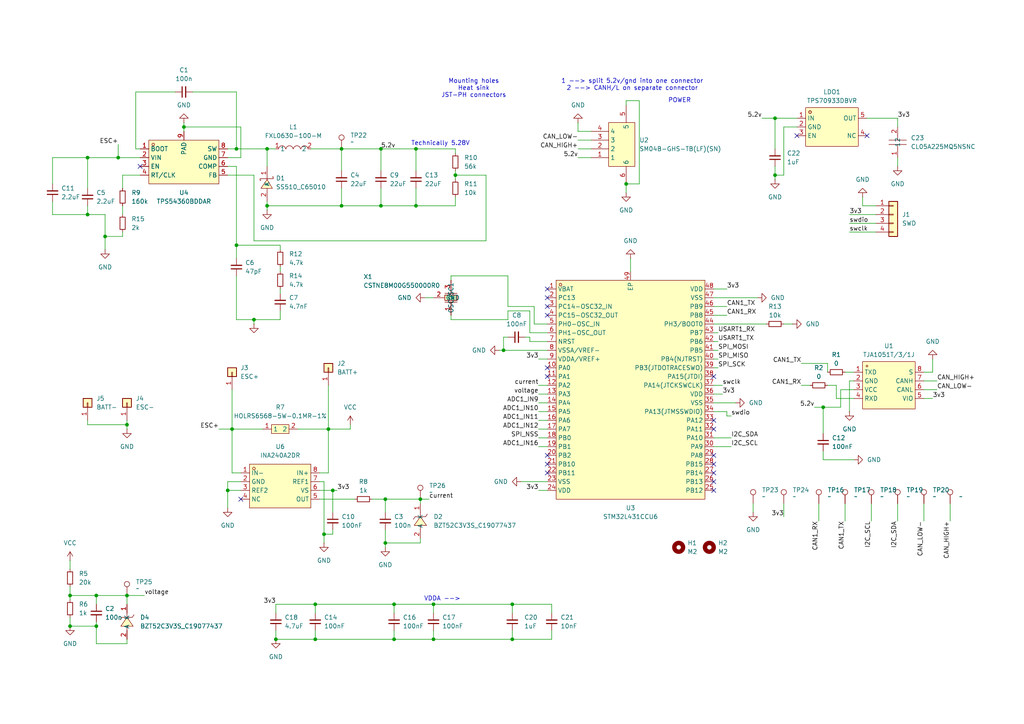
<source format=kicad_sch>
(kicad_sch (version 20231120) (generator "eeschema") (generator_version "8.0")
  (paper "A4")
  (title_block (title "DroneCAN Power Module") (date "2025-10-17") (rev "A") (company "XRC Technologies"))
  (junction (at 110.49 59.69))
  (junction (at 120.65 59.69))
  (junction (at 34.29 45.72))
  (junction (at 91.44 175.26))
  (junction (at 121.92 144.78))
  (junction (at 111.76 144.78))
  (junction (at 224.79 34.29))
  (junction (at 132.08 50.8))
  (junction (at 68.58 43.18))
  (junction (at 77.47 43.18))
  (junction (at 91.44 185.42))
  (junction (at 25.4 45.72))
  (junction (at 53.34 36.83))
  (junction (at 66.04 142.24))
  (junction (at 148.59 175.26))
  (junction (at 27.94 181.61))
  (junction (at 148.59 185.42))
  (junction (at 93.98 154.94))
  (junction (at 114.3 185.42))
  (junction (at 95.25 124.46))
  (junction (at 238.76 118.11))
  (junction (at 73.66 92.71))
  (junction (at 27.94 172.72))
  (junction (at 67.31 124.46))
  (junction (at 99.06 43.18))
  (junction (at 125.73 175.26))
  (junction (at 110.49 43.18))
  (junction (at 20.32 172.72))
  (junction (at 20.32 181.61))
  (junction (at 125.73 185.42))
  (junction (at 114.3 175.26))
  (junction (at 36.83 123.19))
  (junction (at 181.61 53.34))
  (junction (at 120.65 43.18))
  (junction (at 77.47 59.69))
  (junction (at 68.58 71.12))
  (junction (at 25.4 62.23))
  (junction (at 96.52 142.24))
  (junction (at 224.79 50.8))
  (junction (at 111.76 157.48))
  (junction (at 30.48 68.58))
  (junction (at 36.83 172.72))
  (junction (at 80.01 185.42))
  (junction (at 146.05 101.6))
  (junction (at 99.06 59.69))
  (no_connect (at 158.75 134.62))
  (no_connect (at 207.01 134.62))
  (no_connect (at 207.01 142.24))
  (no_connect (at 207.01 139.7))
  (no_connect (at 158.75 83.82))
  (no_connect (at 69.85 144.78))
  (no_connect (at 207.01 124.46))
  (no_connect (at 251.46 39.37))
  (no_connect (at 158.75 137.16))
  (no_connect (at 158.75 88.9))
  (no_connect (at 158.75 109.22))
  (no_connect (at 207.01 137.16))
  (no_connect (at 158.75 106.68))
  (no_connect (at 158.75 91.44))
  (no_connect (at 207.01 132.08))
  (no_connect (at 158.75 86.36))
  (no_connect (at 207.01 109.22))
  (no_connect (at 231.14 39.37))
  (no_connect (at 158.75 132.08))
  (no_connect (at 40.64 48.26))
  (no_connect (at 207.01 121.92))
  (wire (pts (xy 247.65 115.57) (xy 242.57 115.57)))
  (wire (pts (xy 160.02 185.42) (xy 148.59 185.42)))
  (wire (pts (xy 140.97 69.85) (xy 140.97 50.8)))
  (wire (pts (xy 207.01 91.44) (xy 210.82 91.44)))
  (wire (pts (xy 77.47 43.18) (xy 80.01 43.18)))
  (wire (pts (xy 156.21 111.76) (xy 158.75 111.76)))
  (wire (pts (xy 68.58 71.12) (xy 68.58 74.93)))
  (wire (pts (xy 260.35 36.83) (xy 260.35 34.29)))
  (wire (pts (xy 53.34 36.83) (xy 53.34 38.1)))
  (wire (pts (xy 132.08 49.53) (xy 132.08 50.8)))
  (wire (pts (xy 246.38 67.31) (xy 254 67.31)))
  (wire (pts (xy 68.58 92.71) (xy 73.66 92.71)))
  (wire (pts (xy 111.76 153.67) (xy 111.76 157.48)))
  (wire (pts (xy 210.82 120.65) (xy 212.09 120.65)))
  (wire (pts (xy 158.75 93.98) (xy 154.94 93.98)))
  (wire (pts (xy 20.32 172.72) (xy 20.32 173.99)))
  (wire (pts (xy 96.52 142.24) (xy 96.52 148.59)))
  (wire (pts (xy 227.33 36.83) (xy 227.33 50.8)))
  (wire (pts (xy 132.08 50.8) (xy 132.08 52.07)))
  (wire (pts (xy 240.03 107.95) (xy 240.03 105.41)))
  (wire (pts (xy 96.52 153.67) (xy 96.52 154.94)))
  (wire (pts (xy 260.35 48.26) (xy 260.35 45.72)))
  (wire (pts (xy 147.32 80.01) (xy 130.81 80.01)))
  (wire (pts (xy 68.58 43.18) (xy 66.04 43.18)))
  (wire (pts (xy 27.94 172.72) (xy 27.94 175.26)))
  (wire (pts (xy 125.73 185.42) (xy 114.3 185.42)))
  (wire (pts (xy 245.11 107.95) (xy 247.65 107.95)))
  (wire (pts (xy 15.24 53.34) (xy 15.24 45.72)))
  (wire (pts (xy 181.61 53.34) (xy 181.61 55.88)))
  (wire (pts (xy 247.65 113.03) (xy 243.84 113.03)))
  (wire (pts (xy 267.97 146.05) (xy 267.97 151.13)))
  (wire (pts (xy 92.71 144.78) (xy 102.87 144.78)))
  (wire (pts (xy 220.98 34.29) (xy 224.79 34.29)))
  (wire (pts (xy 34.29 45.72) (xy 40.64 45.72)))
  (wire (pts (xy 120.65 54.61) (xy 120.65 59.69)))
  (wire (pts (xy 224.79 48.26) (xy 224.79 50.8)))
  (wire (pts (xy 224.79 50.8) (xy 224.79 52.07)))
  (wire (pts (xy 36.83 123.19) (xy 36.83 124.46)))
  (wire (pts (xy 15.24 62.23) (xy 25.4 62.23)))
  (wire (pts (xy 91.44 175.26) (xy 114.3 175.26)))
  (wire (pts (xy 267.97 115.57) (xy 270.51 115.57)))
  (wire (pts (xy 15.24 58.42) (xy 15.24 62.23)))
  (wire (pts (xy 231.14 34.29) (xy 224.79 34.29)))
  (wire (pts (xy 66.04 45.72) (xy 69.85 45.72)))
  (wire (pts (xy 207.01 93.98) (xy 222.25 93.98)))
  (wire (pts (xy 185.42 29.21) (xy 185.42 53.34)))
  (wire (pts (xy 243.84 113.03) (xy 243.84 118.11)))
  (wire (pts (xy 81.28 78.74) (xy 81.28 77.47)))
  (wire (pts (xy 144.78 101.6) (xy 146.05 101.6)))
  (wire (pts (xy 36.83 186.69) (xy 27.94 186.69)))
  (wire (pts (xy 218.44 146.05) (xy 218.44 148.59)))
  (wire (pts (xy 212.09 127) (xy 207.01 127)))
  (wire (pts (xy 110.49 43.18) (xy 99.06 43.18)))
  (wire (pts (xy 181.61 30.48) (xy 181.61 29.21)))
  (wire (pts (xy 236.22 118.11) (xy 238.76 118.11)))
  (wire (pts (xy 125.73 175.26) (xy 125.73 177.8)))
  (wire (pts (xy 120.65 43.18) (xy 132.08 43.18)))
  (wire (pts (xy 125.73 182.88) (xy 125.73 185.42)))
  (wire (pts (xy 121.92 144.78) (xy 121.92 146.05)))
  (wire (pts (xy 125.73 185.42) (xy 148.59 185.42)))
  (wire (pts (xy 120.65 43.18) (xy 120.65 49.53)))
  (wire (pts (xy 158.75 99.06) (xy 153.67 99.06)))
  (wire (pts (xy 156.21 114.3) (xy 158.75 114.3)))
  (wire (pts (xy 246.38 62.23) (xy 254 62.23)))
  (wire (pts (xy 81.28 72.39) (xy 81.28 71.12)))
  (wire (pts (xy 154.94 93.98) (xy 154.94 88.9)))
  (wire (pts (xy 224.79 34.29) (xy 224.79 43.18)))
  (wire (pts (xy 76.2 124.46) (xy 67.31 124.46)))
  (wire (pts (xy 207.01 96.52) (xy 208.28 96.52)))
  (wire (pts (xy 207.01 101.6) (xy 208.28 101.6)))
  (wire (pts (xy 40.64 50.8) (xy 35.56 50.8)))
  (wire (pts (xy 95.25 124.46) (xy 101.6 124.46)))
  (wire (pts (xy 66.04 147.32) (xy 66.04 142.24)))
  (wire (pts (xy 146.05 97.79) (xy 146.05 101.6)))
  (wire (pts (xy 20.32 170.18) (xy 20.32 172.72)))
  (wire (pts (xy 30.48 62.23) (xy 30.48 68.58)))
  (wire (pts (xy 207.01 106.68) (xy 208.28 106.68)))
  (wire (pts (xy 73.66 50.8) (xy 66.04 50.8)))
  (wire (pts (xy 92.71 137.16) (xy 95.25 137.16)))
  (wire (pts (xy 237.49 146.05) (xy 237.49 151.13)))
  (wire (pts (xy 210.82 119.38) (xy 210.82 120.65)))
  (wire (pts (xy 73.66 69.85) (xy 140.97 69.85)))
  (wire (pts (xy 73.66 93.98) (xy 73.66 92.71)))
  (wire (pts (xy 246.38 64.77) (xy 254 64.77)))
  (wire (pts (xy 125.73 175.26) (xy 148.59 175.26)))
  (wire (pts (xy 73.66 69.85) (xy 73.66 50.8)))
  (wire (pts (xy 34.29 41.91) (xy 34.29 45.72)))
  (wire (pts (xy 27.94 180.34) (xy 27.94 181.61)))
  (wire (pts (xy 121.92 144.78) (xy 124.46 144.78)))
  (wire (pts (xy 20.32 181.61) (xy 27.94 181.61)))
  (wire (pts (xy 81.28 92.71) (xy 81.28 90.17)))
  (wire (pts (xy 73.66 92.71) (xy 81.28 92.71)))
  (wire (pts (xy 91.44 185.42) (xy 80.01 185.42)))
  (wire (pts (xy 156.21 142.24) (xy 158.75 142.24)))
  (wire (pts (xy 151.13 139.7) (xy 158.75 139.7)))
  (wire (pts (xy 20.32 172.72) (xy 27.94 172.72)))
  (wire (pts (xy 254 59.69) (xy 250.19 59.69)))
  (wire (pts (xy 36.83 185.42) (xy 36.83 186.69)))
  (wire (pts (xy 39.37 26.67) (xy 50.8 26.67)))
  (wire (pts (xy 207.01 88.9) (xy 210.82 88.9)))
  (wire (pts (xy 80.01 175.26) (xy 91.44 175.26)))
  (wire (pts (xy 25.4 45.72) (xy 34.29 45.72)))
  (wire (pts (xy 66.04 139.7) (xy 69.85 139.7)))
  (wire (pts (xy 156.21 127) (xy 158.75 127)))
  (wire (pts (xy 99.06 54.61) (xy 99.06 59.69)))
  (wire (pts (xy 227.33 50.8) (xy 224.79 50.8)))
  (wire (pts (xy 96.52 142.24) (xy 97.79 142.24)))
  (wire (pts (xy 207.01 129.54) (xy 212.09 129.54)))
  (wire (pts (xy 110.49 59.69) (xy 120.65 59.69)))
  (wire (pts (xy 111.76 144.78) (xy 121.92 144.78)))
  (wire (pts (xy 247.65 133.35) (xy 238.76 133.35)))
  (wire (pts (xy 123.19 86.36) (xy 125.73 86.36)))
  (wire (pts (xy 68.58 26.67) (xy 68.58 43.18)))
  (wire (pts (xy 270.51 107.95) (xy 267.97 107.95)))
  (wire (pts (xy 207.01 99.06) (xy 208.28 99.06)))
  (wire (pts (xy 67.31 113.03) (xy 67.31 124.46)))
  (wire (pts (xy 91.44 175.26) (xy 91.44 177.8)))
  (wire (pts (xy 252.73 151.13) (xy 252.73 146.05)))
  (wire (pts (xy 20.32 162.56) (xy 20.32 165.1)))
  (wire (pts (xy 207.01 86.36) (xy 219.71 86.36)))
  (wire (pts (xy 101.6 124.46) (xy 101.6 123.19)))
  (wire (pts (xy 207.01 111.76) (xy 209.55 111.76)))
  (wire (pts (xy 91.44 182.88) (xy 91.44 185.42)))
  (wire (pts (xy 81.28 85.09) (xy 81.28 83.82)))
  (wire (pts (xy 232.41 105.41) (xy 240.03 105.41)))
  (wire (pts (xy 147.32 92.71) (xy 147.32 90.17)))
  (wire (pts (xy 167.64 40.64) (xy 171.45 40.64)))
  (wire (pts (xy 92.71 142.24) (xy 96.52 142.24)))
  (wire (pts (xy 160.02 182.88) (xy 160.02 185.42)))
  (wire (pts (xy 156.21 124.46) (xy 158.75 124.46)))
  (wire (pts (xy 227.33 146.05) (xy 227.33 149.86)))
  (wire (pts (xy 36.83 172.72) (xy 36.83 175.26)))
  (wire (pts (xy 111.76 148.59) (xy 111.76 144.78)))
  (wire (pts (xy 80.01 182.88) (xy 80.01 185.42)))
  (wire (pts (xy 40.64 43.18) (xy 39.37 43.18)))
  (wire (pts (xy 238.76 125.73) (xy 238.76 118.11)))
  (wire (pts (xy 130.81 92.71) (xy 147.32 92.71)))
  (wire (pts (xy 93.98 139.7) (xy 93.98 154.94)))
  (wire (pts (xy 156.21 104.14) (xy 158.75 104.14)))
  (wire (pts (xy 114.3 182.88) (xy 114.3 185.42)))
  (wire (pts (xy 207.01 83.82) (xy 210.82 83.82)))
  (wire (pts (xy 95.25 111.76) (xy 95.25 124.46)))
  (wire (pts (xy 36.83 172.72) (xy 41.91 172.72)))
  (wire (pts (xy 147.32 88.9) (xy 147.32 80.01)))
  (wire (pts (xy 95.25 124.46) (xy 86.36 124.46)))
  (wire (pts (xy 69.85 36.83) (xy 53.34 36.83)))
  (wire (pts (xy 66.04 142.24) (xy 66.04 139.7)))
  (wire (pts (xy 250.19 59.69) (xy 250.19 57.15)))
  (wire (pts (xy 231.14 36.83) (xy 227.33 36.83)))
  (wire (pts (xy 27.94 186.69) (xy 27.94 181.61)))
  (wire (pts (xy 182.88 74.93) (xy 182.88 78.74)))
  (wire (pts (xy 147.32 90.17) (xy 153.67 90.17)))
  (wire (pts (xy 132.08 57.15) (xy 132.08 59.69)))
  (wire (pts (xy 130.81 80.01) (xy 130.81 81.28)))
  (wire (pts (xy 35.56 59.69) (xy 35.56 62.23)))
  (wire (pts (xy 68.58 80.01) (xy 68.58 92.71)))
  (wire (pts (xy 53.34 35.56) (xy 53.34 36.83)))
  (wire (pts (xy 30.48 68.58) (xy 35.56 68.58)))
  (wire (pts (xy 167.64 43.18) (xy 171.45 43.18)))
  (wire (pts (xy 242.57 115.57) (xy 242.57 111.76)))
  (wire (pts (xy 111.76 157.48) (xy 121.92 157.48)))
  (wire (pts (xy 66.04 48.26) (xy 68.58 48.26)))
  (wire (pts (xy 267.97 113.03) (xy 271.78 113.03)))
  (wire (pts (xy 246.38 110.49) (xy 247.65 110.49)))
  (wire (pts (xy 275.59 146.05) (xy 275.59 151.13)))
  (wire (pts (xy 130.81 91.44) (xy 130.81 92.71)))
  (wire (pts (xy 148.59 175.26) (xy 160.02 175.26)))
  (wire (pts (xy 156.21 116.84) (xy 158.75 116.84)))
  (wire (pts (xy 77.47 43.18) (xy 68.58 43.18)))
  (wire (pts (xy 238.76 118.11) (xy 243.84 118.11)))
  (wire (pts (xy 77.47 60.96) (xy 77.47 59.69)))
  (wire (pts (xy 153.67 90.17) (xy 153.67 96.52)))
  (wire (pts (xy 120.65 59.69) (xy 132.08 59.69)))
  (wire (pts (xy 207.01 104.14) (xy 208.28 104.14)))
  (wire (pts (xy 246.38 119.38) (xy 246.38 110.49)))
  (wire (pts (xy 99.06 59.69) (xy 110.49 59.69)))
  (wire (pts (xy 77.47 48.26) (xy 77.47 43.18)))
  (wire (pts (xy 154.94 88.9) (xy 147.32 88.9)))
  (wire (pts (xy 110.49 43.18) (xy 110.49 49.53)))
  (wire (pts (xy 80.01 175.26) (xy 80.01 177.8)))
  (wire (pts (xy 153.67 96.52) (xy 158.75 96.52)))
  (wire (pts (xy 260.35 34.29) (xy 251.46 34.29)))
  (wire (pts (xy 121.92 156.21) (xy 121.92 157.48)))
  (wire (pts (xy 110.49 43.18) (xy 120.65 43.18)))
  (wire (pts (xy 25.4 121.92) (xy 25.4 123.19)))
  (wire (pts (xy 245.11 146.05) (xy 245.11 151.13)))
  (wire (pts (xy 132.08 50.8) (xy 140.97 50.8)))
  (wire (pts (xy 160.02 175.26) (xy 160.02 177.8)))
  (wire (pts (xy 90.17 43.18) (xy 99.06 43.18)))
  (wire (pts (xy 67.31 137.16) (xy 69.85 137.16)))
  (wire (pts (xy 25.4 123.19) (xy 36.83 123.19)))
  (wire (pts (xy 99.06 43.18) (xy 99.06 49.53)))
  (wire (pts (xy 270.51 104.14) (xy 270.51 107.95)))
  (wire (pts (xy 267.97 110.49) (xy 271.78 110.49)))
  (wire (pts (xy 93.98 154.94) (xy 96.52 154.94)))
  (wire (pts (xy 181.61 29.21) (xy 185.42 29.21)))
  (wire (pts (xy 260.35 146.05) (xy 260.35 151.13)))
  (wire (pts (xy 207.01 119.38) (xy 210.82 119.38)))
  (wire (pts (xy 156.21 119.38) (xy 158.75 119.38)))
  (wire (pts (xy 67.31 124.46) (xy 67.31 137.16)))
  (wire (pts (xy 153.67 97.79) (xy 152.4 97.79)))
  (wire (pts (xy 77.47 59.69) (xy 99.06 59.69)))
  (wire (pts (xy 68.58 48.26) (xy 68.58 71.12)))
  (wire (pts (xy 167.64 38.1) (xy 171.45 38.1)))
  (wire (pts (xy 148.59 182.88) (xy 148.59 185.42)))
  (wire (pts (xy 156.21 121.92) (xy 158.75 121.92)))
  (wire (pts (xy 114.3 175.26) (xy 125.73 175.26)))
  (wire (pts (xy 110.49 54.61) (xy 110.49 59.69)))
  (wire (pts (xy 156.21 129.54) (xy 158.75 129.54)))
  (wire (pts (xy 238.76 133.35) (xy 238.76 130.81)))
  (wire (pts (xy 242.57 111.76) (xy 240.03 111.76)))
  (wire (pts (xy 39.37 43.18) (xy 39.37 26.67)))
  (wire (pts (xy 153.67 99.06) (xy 153.67 97.79)))
  (wire (pts (xy 93.98 154.94) (xy 93.98 157.48)))
  (wire (pts (xy 63.5 124.46) (xy 67.31 124.46)))
  (wire (pts (xy 27.94 172.72) (xy 36.83 172.72)))
  (wire (pts (xy 167.64 45.72) (xy 171.45 45.72)))
  (wire (pts (xy 147.32 97.79) (xy 146.05 97.79)))
  (wire (pts (xy 111.76 157.48) (xy 111.76 158.75)))
  (wire (pts (xy 227.33 93.98) (xy 229.87 93.98)))
  (wire (pts (xy 77.47 59.69) (xy 77.47 58.42)))
  (wire (pts (xy 35.56 50.8) (xy 35.56 54.61)))
  (wire (pts (xy 93.98 139.7) (xy 92.71 139.7)))
  (wire (pts (xy 69.85 45.72) (xy 69.85 36.83)))
  (wire (pts (xy 30.48 68.58) (xy 30.48 72.39)))
  (wire (pts (xy 20.32 179.07) (xy 20.32 181.61)))
  (wire (pts (xy 167.64 35.56) (xy 167.64 38.1)))
  (wire (pts (xy 91.44 185.42) (xy 114.3 185.42)))
  (wire (pts (xy 95.25 137.16) (xy 95.25 124.46)))
  (wire (pts (xy 55.88 26.67) (xy 68.58 26.67)))
  (wire (pts (xy 232.41 111.76) (xy 234.95 111.76)))
  (wire (pts (xy 207.01 116.84) (xy 213.36 116.84)))
  (wire (pts (xy 66.04 142.24) (xy 69.85 142.24)))
  (wire (pts (xy 185.42 53.34) (xy 181.61 53.34)))
  (wire (pts (xy 25.4 59.69) (xy 25.4 62.23)))
  (wire (pts (xy 148.59 175.26) (xy 148.59 177.8)))
  (wire (pts (xy 25.4 62.23) (xy 30.48 62.23)))
  (wire (pts (xy 15.24 45.72) (xy 25.4 45.72)))
  (wire (pts (xy 25.4 45.72) (xy 25.4 54.61)))
  (wire (pts (xy 68.58 71.12) (xy 81.28 71.12)))
  (wire (pts (xy 207.01 114.3) (xy 209.55 114.3)))
  (wire (pts (xy 114.3 175.26) (xy 114.3 177.8)))
  (wire (pts (xy 146.05 101.6) (xy 158.75 101.6)))
  (wire (pts (xy 132.08 43.18) (xy 132.08 44.45)))
  (wire (pts (xy 107.95 144.78) (xy 111.76 144.78)))
  (wire (pts (xy 35.56 67.31) (xy 35.56 68.58)))
  (wire (pts (xy 36.83 121.92) (xy 36.83 123.19)))
  (text "Mounting holes\nHeat sink\nJST-PH connectors" (at 137.414 25.654 0) (effects (font (size 1.27 1.27))))
  (text "Technically 5.28V" (at 127.762 41.656 0) (effects (font (size 1.27 1.27))))
  (text "POWER" (at 197.104 29.21 0) (effects (font (size 1.27 1.27))))
  (text "VDDA -->" (at 128.27 173.736 0) (effects (font (size 1.27 1.27))))
  (text "1 --> split 5.2v/gnd into one connector\n2 --> CANH/L on separate connector" (at 183.388 24.638 0) (effects (font (size 1.27 1.27))))
  (label "CAN_LOW-" (at 167.64 40.64 180))
  (label "ADC1_IN16" (at 156.21 129.54 180))
  (label "ADC1_IN10" (at 156.21 119.38 180))
  (label "3v3" (at 156.21 104.14 180))
  (label "USART1_RX" (at 208.28 96.52 0))
  (label "USART1_TX" (at 208.28 99.06 0))
  (label "SPI_MISO" (at 208.28 104.14 0))
  (label "SPI_MOSI" (at 208.28 101.6 0))
  (label "ADC1_IN11" (at 156.21 121.92 180))
  (label "ADC1_IN12" (at 156.21 124.46 180))
  (label "ESC+" (at 63.5 124.46 180))
  (label "3v3" (at 80.01 175.26 180))
  (label "5.2v" (at 167.64 45.72 180))
  (label "CAN1_TX" (at 245.11 151.13 270))
  (label "CAN_HIGH+" (at 167.64 43.18 180))
  (label "CAN_LOW-" (at 267.97 151.13 270))
  (label "I2C_SDA" (at 212.09 127 0))
  (label "CAN1_TX" (at 210.82 88.9 0))
  (label "swdio" (at 246.38 64.77 0))
  (label "3v3" (at 260.35 34.29 0))
  (label "CAN_HIGH+" (at 271.78 110.49 0))
  (label "5.2v" (at 220.98 34.29 180))
  (label "3v3" (at 156.21 142.24 180))
  (label "swdio" (at 212.09 120.65 0))
  (label "I2C_SCL" (at 252.73 151.13 270))
  (label "CAN_LOW-" (at 271.78 113.03 0))
  (label "swclk" (at 246.38 67.31 0))
  (label "5.2v" (at 110.49 43.18 0))
  (label "CAN1_TX" (at 232.41 105.41 180))
  (label "ESC+" (at 34.29 41.91 180))
  (label "voltage" (at 156.21 114.3 180))
  (label "3v3" (at 227.33 149.86 180))
  (label "swclk" (at 209.55 111.76 0))
  (label "I2C_SDA" (at 260.35 151.13 270))
  (label "SPI_NSS" (at 156.21 127 180))
  (label "voltage" (at 41.91 172.72 0))
  (label "CAN1_RX" (at 237.49 151.13 270))
  (label "3v3" (at 246.38 62.23 0))
  (label "current" (at 156.21 111.76 180))
  (label "I2C_SCL" (at 212.09 129.54 0))
  (label "3v3" (at 270.51 115.57 0))
  (label "CAN1_RX" (at 210.82 91.44 0))
  (label "3v3" (at 210.82 83.82 0))
  (label "CAN1_RX" (at 232.41 111.76 180))
  (label "SPI_SCK" (at 208.28 106.68 0))
  (label "3v3" (at 97.79 142.24 0))
  (label "ADC1_IN9" (at 156.21 116.84 180))
  (label "CAN_HIGH+" (at 275.59 151.13 270))
  (label "3v3" (at 209.55 114.3 0))
  (label "current" (at 124.46 144.78 0))
  (label "5.2v" (at 236.22 118.11 180))
  (symbol (lib_id "power:GND") (at 73.66 93.98 0) (unit 1)
    (property "Reference" "#PWR017" (effects (hide yes)))
    (property "Value" "GND" (effects (hide yes)))
    (property "Description" "Power symbol creates a global label with name \"GND\" , ground" (effects (hide yes)))
  )
  (symbol (lib_id "Connector:TestPoint") (at 252.73 146.05 0) (unit 1)
    (property "Reference" "TP18" (at 255.27 142.1129 0) (effects (justify left)))
    (property "Value" "~" (at 255.27 144.018 0) (effects (justify left)))
    (property "Footprint" "TestPoint:TestPoint_Pad_D1.0mm" (effects (hide yes)))
    (property "Description" "test point" (effects (hide yes)))
  )
  (symbol (lib_id "Device:C_Small") (at 99.06 52.07 180) (unit 1)
    (property "Reference" "C4" (at 101.6 50.7935 0) (effects (justify right)))
    (property "Value" "22uF" (at 101.6 53.3335 0) (effects (justify right)))
    (property "Footprint" "Capacitor_SMD:C_0805_2012Metric" (effects (hide yes)))
    (property "Description" "Unpolarized capacitor, small symbol" (effects (hide yes)))
  )
  (symbol (lib_id "Device:C_Small") (at 149.86 97.79 90) (unit 1)
    (property "Reference" "C8" (at 149.8663 91.44 90))
    (property "Value" "100nF" (at 149.8663 93.98 90))
    (property "Footprint" "Capacitor_SMD:C_0402_1005Metric" (effects (hide yes)))
    (property "Description" "Unpolarized capacitor, small symbol" (effects (hide yes)))
  )
  (symbol (lib_id "Device:C_Small") (at 80.01 180.34 180) (unit 1)
    (property "Reference" "C18" (at 82.55 179.0635 0) (effects (justify right)))
    (property "Value" "4.7uF" (at 82.55 181.6035 0) (effects (justify right)))
    (property "Footprint" "Capacitor_SMD:C_0402_1005Metric" (effects (hide yes)))
    (property "Description" "Unpolarized capacitor, small symbol" (effects (hide yes)))
  )
  (symbol (lib_id "power:GND") (at 123.19 86.36 270) (unit 1)
    (property "Reference" "#PWR019" (effects (hide yes)))
    (property "Value" "GND" (at 119.38 86.3599 90) (effects (justify right)))
    (property "Description" "Power symbol creates a global label with name \"GND\" , ground" (effects (hide yes)))
  )
  (symbol (lib_id "power:GND") (at 144.78 101.6 270) (unit 1)
    (property "Reference" "#PWR03" (effects (hide yes)))
    (property "Value" "GND" (at 140.97 101.5999 90) (effects (justify right)))
    (property "Description" "Power symbol creates a global label with name \"GND\" , ground" (effects (hide yes)))
  )
  (symbol (lib_id "Connector:TestPoint") (at 237.49 146.05 0) (unit 1)
    (property "Reference" "TP16" (at 240.03 142.1129 0) (effects (justify left)))
    (property "Value" "~" (at 240.03 144.018 0) (effects (justify left)))
    (property "Footprint" "TestPoint:TestPoint_Pad_D1.0mm" (effects (hide yes)))
    (property "Description" "test point" (effects (hide yes)))
  )
  (symbol (lib_id "Connector:TestPoint") (at 267.97 146.05 0) (unit 1)
    (property "Reference" "TP20" (at 270.51 142.1129 0) (effects (justify left)))
    (property "Value" "~" (at 270.51 144.018 0) (effects (justify left)))
    (property "Footprint" "TestPoint:TestPoint_Pad_D1.0mm" (effects (hide yes)))
    (property "Description" "test point" (effects (hide yes)))
  )
  (symbol (lib_id "Connector:TestPoint") (at 218.44 146.05 0) (unit 1)
    (property "Reference" "TP23" (at 220.98 142.1129 0) (effects (justify left)))
    (property "Value" "~" (at 220.98 144.018 0) (effects (justify left)))
    (property "Footprint" "TestPoint:TestPoint_Pad_D1.0mm" (effects (hide yes)))
    (property "Description" "test point" (effects (hide yes)))
  )
  (symbol (lib_id "Device:C_Small") (at 68.58 77.47 180) (unit 1)
    (property "Reference" "C6" (at 71.12 76.1935 0) (effects (justify right)))
    (property "Value" "47pF" (at 71.12 78.7335 0) (effects (justify right)))
    (property "Footprint" "Capacitor_SMD:C_0402_1005Metric" (effects (hide yes)))
    (property "Description" "Unpolarized capacitor, small symbol" (effects (hide yes)))
  )
  (symbol (lib_id "Device:R_Small") (at 81.28 81.28 180) (unit 1)
    (property "Reference" "R14" (at 83.82 80.0099 0) (effects (justify right)))
    (property "Value" "4.7k" (at 83.82 82.5499 0) (effects (justify right)))
    (property "Footprint" "Resistor_SMD:R_0603_1608Metric" (effects (hide yes)))
    (property "Description" "Resistor, small symbol" (effects (hide yes)))
  )
  (symbol (lib_id "power:GND") (at 111.76 158.75 0) (unit 1)
    (property "Reference" "#PWR06" (effects (hide yes)))
    (property "Value" "GND" (at 111.76 163.83 0))
    (property "Description" "Power symbol creates a global label with name \"GND\" , ground" (effects (hide yes)))
  )
  (symbol (lib_id "power:GND") (at 246.38 119.38 0) (unit 1)
    (property "Reference" "#PWR05" (effects (hide yes)))
    (property "Value" "GND" (at 246.38 124.46 0))
    (property "Description" "Power symbol creates a global label with name \"GND\" , ground" (effects (hide yes)))
  )
  (symbol (lib_id "Device:R_Small") (at 132.08 54.61 180) (unit 1)
    (property "Reference" "R11" (at 134.62 53.3399 0) (effects (justify right)))
    (property "Value" "10k" (at 134.62 55.8799 0) (effects (justify right)))
    (property "Footprint" "Resistor_SMD:R_0402_1005Metric" (effects (hide yes)))
    (property "Description" "Resistor, small symbol" (effects (hide yes)))
  )
  (symbol (lib_id "power:GND") (at 167.64 35.56 180) (unit 1)
    (property "Reference" "#PWR026" (effects (hide yes)))
    (property "Value" "GND" (at 167.64 30.48 0))
    (property "Description" "Power symbol creates a global label with name \"GND\" , ground" (effects (hide yes)))
  )
  (symbol (lib_id "power:GND") (at 219.71 86.36 90) (unit 1)
    (property "Reference" "#PWR02" (effects (hide yes)))
    (property "Value" "GND" (at 223.52 86.3599 90) (effects (justify right)))
    (property "Description" "Power symbol creates a global label with name \"GND\" , ground" (effects (hide yes)))
  )
  (symbol (lib_id "Device:R_Small") (at 105.41 144.78 90) (unit 1)
    (property "Reference" "R8" (at 105.41 139.7 90))
    (property "Value" "1k" (at 105.41 142.24 90))
    (property "Footprint" "Resistor_SMD:R_0402_1005Metric" (effects (hide yes)))
    (property "Description" "Resistor, small symbol" (effects (hide yes)))
  )
  (symbol (lib_id "power:GND") (at 77.47 60.96 0) (unit 1)
    (property "Reference" "#PWR015" (effects (hide yes)))
    (property "Value" "GND" (at 77.47 66.04 0))
    (property "Description" "Power symbol creates a global label with name \"GND\" , ground" (effects (hide yes)))
  )
  (symbol (lib_id "easyeda2kicad:TPS54360BDDAR") (at 53.34 46.99 0) (unit 1)
    (property "Reference" "U4" (at 53.34 55.88 0))
    (property "Value" "TPS54360BDDAR" (at 53.34 58.42 0))
    (property "Footprint" "easyeda2kicad:SOIC-8_L5.0-W4.0-P1.27-LS6.0-BL-EP2.0" (effects (hide yes)))
    (property "Datasheet" "https://lcsc.com/product-detail/DC-DC-Converters_Texas-Instruments-Texas-Instruments-TPS54360BDDAR_C524806.html" (effects (hide yes)))
    (property "LCSC Part" "C524806" (effects (hide yes)))
  )
  (symbol (lib_id "Device:R_Small") (at 20.32 167.64 0) (unit 1)
    (property "Reference" "R5" (at 22.86 166.3699 0) (effects (justify left)))
    (property "Value" "20k" (at 22.86 168.9099 0) (effects (justify left)))
    (property "Footprint" "Resistor_SMD:R_0603_1608Metric" (effects (hide yes)))
    (property "Description" "Resistor, small symbol" (effects (hide yes)))
  )
  (symbol (lib_id "easyeda2kicad:CSTNE8M00G550000R0") (at 130.81 86.36 270) (unit 1)
    (property "Reference" "X1" (at 105.41 80.264 90) (effects (justify left)))
    (property "Value" "CSTNE8M00G550000R0" (at 105.41 82.804 90) (effects (justify left)))
    (property "Footprint" "easyeda2kicad:OSC-SMD_3P-L3.2-W1.3-P1.20-L" (effects (hide yes)))
    (property "LCSC Part" "C341522" (effects (hide yes)))
  )
  (symbol (lib_id "Connector_Generic:Conn_01x01") (at 25.4 116.84 90) (unit 1)
    (property "Reference" "J5" (at 27.94 115.5699 90) (effects (justify right)))
    (property "Value" "BATT-" (at 27.94 118.1099 90) (effects (justify right)))
    (property "Footprint" "0-MYLIB:Big-pad-0" (effects (hide yes)))
    (property "Description" "Generic connector, single row, 01x01, script generated (kicad-library-utils/schlib/autogen/connector/)" (effects (hide yes)))
  )
  (symbol (lib_id "power:GND") (at 260.35 48.26 0) (unit 1)
    (property "Reference" "#PWR025" (effects (hide yes)))
    (property "Value" "GND" (at 260.35 53.34 0))
    (property "Description" "Power symbol creates a global label with name \"GND\" , ground" (effects (hide yes)))
  )
  (symbol (lib_id "Device:C_Small") (at 81.28 87.63 180) (unit 1)
    (property "Reference" "C7" (at 83.82 86.3535 0) (effects (justify right)))
    (property "Value" "4.7nF" (at 83.82 88.8935 0) (effects (justify right)))
    (property "Footprint" "Capacitor_SMD:C_0402_1005Metric" (effects (hide yes)))
    (property "Description" "Unpolarized capacitor, small symbol" (effects (hide yes)))
  )
  (symbol (lib_id "Device:C_Small") (at 91.44 180.34 180) (unit 1)
    (property "Reference" "C14" (at 93.98 179.0635 0) (effects (justify right)))
    (property "Value" "100nF" (at 93.98 181.6035 0) (effects (justify right)))
    (property "Footprint" "Capacitor_SMD:C_0402_1005Metric" (effects (hide yes)))
    (property "Description" "Unpolarized capacitor, small symbol" (effects (hide yes)))
  )
  (symbol (lib_id "easyeda2kicad:TJA1051T_3_1J") (at 257.81 111.76 0) (unit 1)
    (property "Reference" "U1" (at 257.81 100.33 0))
    (property "Value" "TJA1051T/3/1J" (at 257.81 102.87 0))
    (property "Footprint" "easyeda2kicad:SOIC-8_L4.9-W3.9-P1.27-LS6.0-BL" (effects (hide yes)))
    (property "Datasheet" "https://lcsc.com/product-detail/CAN_NXP_TJA1051T-3_TJA1051T-3_C38695.html" (effects (hide yes)))
    (property "LCSC Part" "C38695" (effects (hide yes)))
  )
  (symbol (lib_id "power:GND") (at 30.48 72.39 0) (unit 1)
    (property "Reference" "#PWR016" (effects (hide yes)))
    (property "Value" "GND" (at 30.48 77.47 0))
    (property "Description" "Power symbol creates a global label with name \"GND\" , ground" (effects (hide yes)))
  )
  (symbol (lib_id "Connector_Generic:Conn_01x04") (at 259.08 62.23 0) (unit 1)
    (property "Reference" "J1" (at 261.62 62.2299 0) (effects (justify left)))
    (property "Value" "SWD" (at 261.62 64.7699 0) (effects (justify left)))
    (property "Footprint" "Connector_PinHeader_1.00mm:PinHeader_1x04_P1.00mm_Vertical" (effects (hide yes)))
    (property "Description" "Generic connector, single row, 01x04, script generated (kicad-library-utils/schlib/autogen/connector/)" (effects (hide yes)))
  )
  (symbol (lib_id "Connector:TestPoint") (at 275.59 146.05 0) (unit 1)
    (property "Reference" "TP21" (effects (hide yes)))
    (property "Value" "~" (at 278.13 144.018 0) (effects (justify left)))
    (property "Footprint" "TestPoint:TestPoint_Pad_D1.0mm" (effects (hide yes)))
    (property "Description" "test point" (effects (hide yes)))
  )
  (symbol (lib_id "easyeda2kicad:HOLRS6568-5W-0.1MR-1%") (at 81.28 124.46 0) (unit 1)
    (property "Reference" "R7" (at 81.28 118.11 0))
    (property "Value" "HOLRS6568-5W-0.1MR-1%" (at 81.28 120.65 0))
    (property "Footprint" "easyeda2kicad:RES-SMD_L6.9-W6.6-A" (effects (hide yes)))
    (property "LCSC Part" "C2927618" (effects (hide yes)))
  )
  (symbol (lib_id "power:GND") (at 270.51 104.14 180) (unit 1)
    (property "Reference" "#PWR023" (effects (hide yes)))
    (property "Value" "GND" (at 270.51 99.06 0))
    (property "Description" "Power symbol creates a global label with name \"GND\" , ground" (effects (hide yes)))
  )
  (symbol (lib_id "Device:C_Small") (at 111.76 151.13 0) (unit 1)
    (property "Reference" "C3" (at 114.3 149.8662 0) (effects (justify left)))
    (property "Value" "100n" (at 114.3 152.4062 0) (effects (justify left)))
    (property "Footprint" "Capacitor_SMD:C_0402_1005Metric" (effects (hide yes)))
    (property "Description" "Unpolarized capacitor, small symbol" (effects (hide yes)))
  )
  (symbol (lib_id "Connector:TestPoint") (at 36.83 172.72 0) (unit 1)
    (property "Reference" "TP25" (at 39.37 168.7829 0) (effects (justify left)))
    (property "Value" "~" (at 39.37 170.688 0) (effects (justify left)))
    (property "Footprint" "TestPoint:TestPoint_Pad_D1.0mm" (effects (hide yes)))
    (property "Description" "test point" (effects (hide yes)))
  )
  (symbol (lib_id "power:GND") (at 53.34 35.56 180) (unit 1)
    (property "Reference" "#PWR014" (effects (hide yes)))
    (property "Value" "GND" (at 53.34 30.48 0))
    (property "Description" "Power symbol creates a global label with name \"GND\" , ground" (effects (hide yes)))
  )
  (symbol (lib_id "Device:R_Small") (at 20.32 176.53 0) (unit 1)
    (property "Reference" "R6" (at 22.86 175.2599 0) (effects (justify left)))
    (property "Value" "1k" (at 22.86 177.7999 0) (effects (justify left)))
    (property "Footprint" "Resistor_SMD:R_0402_1005Metric" (effects (hide yes)))
    (property "Description" "Resistor, small symbol" (effects (hide yes)))
  )
  (symbol (lib_id "Device:R_Small") (at 132.08 46.99 180) (unit 1)
    (property "Reference" "R10" (at 134.62 45.7199 0) (effects (justify right)))
    (property "Value" "56k" (at 134.62 48.2599 0) (effects (justify right)))
    (property "Footprint" "Resistor_SMD:R_0805_2012Metric" (effects (hide yes)))
    (property "Description" "Resistor, small symbol" (effects (hide yes)))
  )
  (symbol (lib_id "Connector_Generic:Conn_01x01") (at 67.31 107.95 90) (unit 1)
    (property "Reference" "J3" (at 69.7115 106.6799 90) (effects (justify right)))
    (property "Value" "ESC+" (at 69.7115 109.2199 90) (effects (justify right)))
    (property "Footprint" "0-MYLIB:Big-pad-0" (effects (hide yes)))
    (property "Description" "Generic connector, single row, 01x01, script generated (kicad-library-utils/schlib/autogen/connector/)" (effects (hide yes)))
  )
  (symbol (lib_id "Connector:TestPoint") (at 121.92 144.78 0) (unit 1)
    (property "Reference" "TP26" (at 124.46 140.8429 0) (effects (justify left)))
    (property "Value" "~" (at 124.46 142.748 0) (effects (justify left)))
    (property "Footprint" "TestPoint:TestPoint_Pad_D1.0mm" (effects (hide yes)))
    (property "Description" "test point" (effects (hide yes)))
  )
  (symbol (lib_id "Device:C_Small") (at 125.73 180.34 180) (unit 1)
    (property "Reference" "C17" (at 128.27 179.0635 0) (effects (justify right)))
    (property "Value" "100nF" (at 128.27 181.6035 0) (effects (justify right)))
    (property "Footprint" "Capacitor_SMD:C_0402_1005Metric" (effects (hide yes)))
    (property "Description" "Unpolarized capacitor, small symbol" (effects (hide yes)))
  )
  (symbol (lib_id "Connector:TestPoint") (at 99.06 43.18 0) (unit 1)
    (property "Reference" "TP22" (at 101.6 39.2429 0) (effects (justify left)))
    (property "Value" "~" (at 101.6 41.148 0) (effects (justify left)))
    (property "Footprint" "TestPoint:TestPoint_Pad_D1.0mm" (effects (hide yes)))
    (property "Description" "test point" (effects (hide yes)))
  )
  (symbol (lib_id "Device:C_Small") (at 224.79 45.72 180) (unit 1)
    (property "Reference" "C22" (at 228.2408 44.4435 0) (effects (justify right)))
    (property "Value" "1uF" (at 228.2408 46.9835 0) (effects (justify right)))
    (property "Footprint" "Capacitor_SMD:C_0402_1005Metric" (effects (hide yes)))
    (property "Description" "Unpolarized capacitor, small symbol" (effects (hide yes)))
  )
  (symbol (lib_id "power:GND") (at 66.04 147.32 0) (unit 1)
    (property "Reference" "#PWR012" (effects (hide yes)))
    (property "Value" "GND" (at 66.04 152.4 0))
    (property "Description" "Power symbol creates a global label with name \"GND\" , ground" (effects (hide yes)))
  )
  (symbol (lib_id "power:GND") (at 20.32 181.61 0) (unit 1)
    (property "Reference" "#PWR09" (effects (hide yes)))
    (property "Value" "GND" (at 20.32 186.69 0))
    (property "Description" "Power symbol creates a global label with name \"GND\" , ground" (effects (hide yes)))
  )
  (symbol (lib_id "Connector:TestPoint") (at 227.33 146.05 0) (unit 1)
    (property "Reference" "TP24" (at 229.87 142.1129 0) (effects (justify left)))
    (property "Value" "~" (at 229.87 144.018 0) (effects (justify left)))
    (property "Footprint" "TestPoint:TestPoint_Pad_D1.0mm" (effects (hide yes)))
    (property "Description" "test point" (effects (hide yes)))
  )
  (symbol (lib_id "Connector_Generic:Conn_01x01") (at 95.25 106.68 90) (unit 1)
    (property "Reference" "J2" (at 97.79 105.4099 90) (effects (justify right)))
    (property "Value" "BATT+" (at 97.79 107.9499 90) (effects (justify right)))
    (property "Footprint" "0-MYLIB:Big-pad-0" (effects (hide yes)))
    (property "Description" "Generic connector, single row, 01x01, script generated (kicad-library-utils/schlib/autogen/connector/)" (effects (hide yes)))
  )
  (symbol (lib_id "Connector:TestPoint") (at 245.11 146.05 0) (unit 1)
    (property "Reference" "TP17" (at 247.65 142.1129 0) (effects (justify left)))
    (property "Value" "~" (at 247.65 144.018 0) (effects (justify left)))
    (property "Footprint" "TestPoint:TestPoint_Pad_D1.0mm" (effects (hide yes)))
    (property "Description" "test point" (effects (hide yes)))
  )
  (symbol (lib_id "power:GND") (at 151.13 139.7 270) (unit 1)
    (property "Reference" "#PWR04" (effects (hide yes)))
    (property "Value" "GND" (at 147.32 139.6999 90) (effects (justify right)))
    (property "Description" "Power symbol creates a global label with name \"GND\" , ground" (effects (hide yes)))
  )
  (symbol (lib_id "Device:R_Small") (at 35.56 57.15 180) (unit 1)
    (property "Reference" "R9" (at 38.1 55.8799 0) (effects (justify right)))
    (property "Value" "160k" (at 38.1 58.4199 0) (effects (justify right)))
    (property "Footprint" "Resistor_SMD:R_0603_1608Metric" (effects (hide yes)))
    (property "Description" "Resistor, small symbol" (effects (hide yes)))
  )
  (symbol (lib_id "Device:R_Small") (at 35.56 64.77 180) (unit 1)
    (property "Reference" "R15" (at 38.1 63.4999 0) (effects (justify right)))
    (property "Value" "2k" (at 38.1 66.0399 0) (effects (justify right)))
    (property "Footprint" "Resistor_SMD:R_0603_1608Metric" (effects (hide yes)))
    (property "Description" "Resistor, small symbol" (effects (hide yes)))
  )
  (symbol (lib_id "Device:C_Small") (at 148.59 180.34 180) (unit 1)
    (property "Reference" "C20" (at 152.0408 179.0635 0) (effects (justify right)))
    (property "Value" "1uF" (at 152.0408 181.6035 0) (effects (justify right)))
    (property "Footprint" "Capacitor_SMD:C_0402_1005Metric" (effects (hide yes)))
    (property "Description" "Unpolarized capacitor, small symbol" (effects (hide yes)))
  )
  (symbol (lib_id "Device:C_Small") (at 120.65 52.07 180) (unit 1)
    (property "Reference" "C13" (at 123.19 50.7935 0) (effects (justify right)))
    (property "Value" "22uF" (at 123.19 53.3335 0) (effects (justify right)))
    (property "Footprint" "Capacitor_SMD:C_0805_2012Metric" (effects (hide yes)))
    (property "Description" "Unpolarized capacitor, small symbol" (effects (hide yes)))
  )
  (symbol (lib_id "Device:C_Small") (at 15.24 55.88 180) (unit 1)
    (property "Reference" "C11" (at 17.78 54.6035 0) (effects (justify right)))
    (property "Value" "2.2uF" (at 17.78 57.1435 0) (effects (justify right)))
    (property "Footprint" "Capacitor_SMD:C_1210_3225Metric" (effects (hide yes)))
    (property "Description" "Unpolarized capacitor, small symbol" (effects (hide yes)))
  )
  (symbol (lib_id "easyeda2kicad:SM04B-GHS-TB(LF)(SN)") (at 179.07 43.18 90) (unit 1)
    (property "Reference" "U2" (at 185.42 40.6399 90) (effects (justify right)))
    (property "Value" "SM04B-GHS-TB(LF)(SN)" (at 185.42 43.1799 90) (effects (justify right)))
    (property "Footprint" "easyeda2kicad:CONN-SMD_4P-P1.25_SM04B-GHS-TB-LF-SN" (effects (hide yes)))
    (property "Datasheet" "https://lcsc.com/product-detail/Connectors_JST-Sales-America_SM04B-GHS-TB-LF-SN_JST-Sales-America-SM04B-GHS-TB-LF-SN_C189895.html" (effects (hide yes)))
    (property "LCSC Part" "C189895" (effects (hide yes)))
  )
  (symbol (lib_id "Device:C_Small") (at 96.52 151.13 0) (unit 1)
    (property "Reference" "C10" (at 99.06 149.8662 0) (effects (justify left)))
    (property "Value" "100nF" (at 99.06 152.4062 0) (effects (justify left)))
    (property "Footprint" "Capacitor_SMD:C_0402_1005Metric" (effects (hide yes)))
    (property "Description" "Unpolarized capacitor, small symbol" (effects (hide yes)))
  )
  (symbol (lib_id "Device:R_Small") (at 81.28 74.93 180) (unit 1)
    (property "Reference" "R12" (at 83.82 73.6599 0) (effects (justify right)))
    (property "Value" "4.7k" (at 83.82 76.1999 0) (effects (justify right)))
    (property "Footprint" "Resistor_SMD:R_0603_1608Metric" (effects (hide yes)))
    (property "Description" "Resistor, small symbol" (effects (hide yes)))
  )
  (symbol (lib_id "easyeda2kicad:STM32L431CCU6") (at 182.88 113.03 0) (unit 1)
    (property "Reference" "U3" (at 182.88 147.32 0))
    (property "Value" "STM32L431CCU6" (at 182.88 149.86 0))
    (property "Footprint" "easyeda2kicad:VQFN-48_L7.0-W7.0-P0.50-BL-EP5.5" (effects (hide yes)))
    (property "LCSC Part" "C1337258" (effects (hide yes)))
  )
  (symbol (lib_id "easyeda2kicad:SS510_C65010") (at 77.47 53.34 270) (unit 1)
    (property "Reference" "D1" (at 80.01 51.6899 90) (effects (justify left)))
    (property "Value" "SS510_C65010" (at 80.01 54.2299 90) (effects (justify left)))
    (property "Footprint" "easyeda2kicad:SMA_L4.3-W2.6-LS5.2-RD" (effects (hide yes)))
    (property "Datasheet" "https://lcsc.com/product-detail/Schottky-Barrier-Diodes-SBD_SS510_C65010.html" (effects (hide yes)))
    (property "LCSC Part" "C65010" (effects (hide yes)))
  )
  (symbol (lib_id "Device:C_Small") (at 25.4 57.15 180) (unit 1)
    (property "Reference" "C5" (at 27.94 55.8735 0) (effects (justify right)))
    (property "Value" "2.2uF" (at 27.94 58.4135 0) (effects (justify right)))
    (property "Footprint" "Capacitor_SMD:C_1210_3225Metric" (effects (hide yes)))
    (property "Description" "Unpolarized capacitor, small symbol" (effects (hide yes)))
  )
  (symbol (lib_id "easyeda2kicad:CL05A225MQ5NSNC") (at 260.35 40.64 90) (unit 1)
    (property "Reference" "C23" (at 264.16 40.0049 90) (effects (justify right)))
    (property "Value" "CL05A225MQ5NSNC" (at 264.16 42.5449 90) (effects (justify right)))
    (property "Footprint" "easyeda2kicad:C0402" (effects (hide yes)))
    (property "Datasheet" "https://lcsc.com/product-detail/Multilayer-Ceramic-Capacitors-MLCC-SMD-SMT_SAMSUNG_CL05A225MQ5NSNC_2-2uF-225-20-6-3V_C12530.html" (effects (hide yes)))
    (property "LCSC Part" "C12530" (effects (hide yes)))
  )
  (symbol (lib_id "Device:C_Small") (at 238.76 128.27 0) (unit 1)
    (property "Reference" "C12" (at 241.3 127.0062 0) (effects (justify left)))
    (property "Value" "100nF" (at 241.3 129.5462 0) (effects (justify left)))
    (property "Footprint" "Capacitor_SMD:C_0402_1005Metric" (effects (hide yes)))
    (property "Description" "Unpolarized capacitor, small symbol" (effects (hide yes)))
  )
  (symbol (lib_id "easyeda2kicad:TPS70933DBVR") (at 241.3 36.83 0) (unit 1)
    (property "Reference" "LDO1" (at 241.3 26.67 0))
    (property "Value" "TPS70933DBVR" (at 241.3 29.21 0))
    (property "Footprint" "easyeda2kicad:SOT-23-5_L3.0-W1.7-P0.95-LS2.8-BR" (effects (hide yes)))
    (property "Datasheet" "https://lcsc.com/product-detail/Low-Dropout-Regulators-LDO_TI_TPS70933DBVR_TPS70933DBVR_C89347.html" (effects (hide yes)))
    (property "LCSC Part" "C89347" (effects (hide yes)))
  )
  (symbol (lib_id "Device:R_Small") (at 224.79 93.98 90) (unit 1)
    (property "Reference" "R13" (at 224.79 88.8936 90))
    (property "Value" "10k" (at 224.79 91.4336 90))
    (property "Footprint" "Resistor_SMD:R_0402_1005Metric" (effects (hide yes)))
    (property "Description" "Resistor, small symbol" (effects (hide yes)))
  )
  (symbol (lib_id "easyeda2kicad:INA240A2DR") (at 81.28 140.97 0) (unit 1)
    (property "Reference" "U6" (at 81.28 129.54 0))
    (property "Value" "INA240A2DR" (at 81.28 132.08 0))
    (property "Footprint" "easyeda2kicad:SOIC-8_L4.9-W3.9-P1.27-LS6.0-BL" (effects (hide yes)))
    (property "LCSC Part" "C2060768" (effects (hide yes)))
  )
  (symbol (lib_id "Device:C_Small") (at 53.34 26.67 90) (unit 1)
    (property "Reference" "C1" (at 53.3463 20.32 90))
    (property "Value" "100n" (at 53.3463 22.86 90))
    (property "Footprint" "Capacitor_SMD:C_0402_1005Metric" (effects (hide yes)))
    (property "Description" "Unpolarized capacitor, small symbol" (effects (hide yes)))
  )
  (symbol (lib_id "power:VCC") (at 20.32 162.56 0) (unit 1)
    (property "Reference" "#PWR010" (effects (hide yes)))
    (property "Value" "VCC" (at 20.32 157.48 0))
    (property "Description" "Power symbol creates a global label with name \"VCC\"" (effects (hide yes)))
  )
  (symbol (lib_id "easyeda2kicad:BZT52C3V3S_C19077437") (at 36.83 180.34 270) (unit 1)
    (property "Reference" "D4" (at 40.64 179.0699 90) (effects (justify left)))
    (property "Value" "BZT52C3V3S_C19077437" (at 40.64 181.6099 90) (effects (justify left)))
    (property "Footprint" "easyeda2kicad:SOD-323_L1.7-W1.3-LS2.6-RD" (effects (hide yes)))
    (property "LCSC Part" "C19077437" (effects (hide yes)))
  )
  (symbol (lib_id "Connector_Generic:Conn_01x01") (at 36.83 116.84 90) (unit 1)
    (property "Reference" "J4" (at 39.37 115.5699 90) (effects (justify right)))
    (property "Value" "ESC-" (at 39.37 118.1099 90) (effects (justify right)))
    (property "Footprint" "0-MYLIB:Big-pad-0" (effects (hide yes)))
    (property "Description" "Generic connector, single row, 01x01, script generated (kicad-library-utils/schlib/autogen/connector/)" (effects (hide yes)))
  )
  (symbol (lib_id "Device:R_Small") (at 237.49 111.76 90) (unit 1)
    (property "Reference" "R2" (at 237.49 106.68 90))
    (property "Value" "0" (at 237.49 109.22 90))
    (property "Footprint" "Resistor_SMD:R_0402_1005Metric" (effects (hide yes)))
    (property "Description" "Resistor, small symbol" (effects (hide yes)))
  )
  (symbol (lib_id "easyeda2kicad:BZT52C3V3S_C19077437") (at 121.92 151.13 270) (unit 1)
    (property "Reference" "D2" (at 125.73 149.8599 90) (effects (justify left)))
    (property "Value" "BZT52C3V3S_C19077437" (at 125.73 152.3999 90) (effects (justify left)))
    (property "Footprint" "easyeda2kicad:SOD-323_L1.7-W1.3-LS2.6-RD" (effects (hide yes)))
    (property "LCSC Part" "C19077437" (effects (hide yes)))
  )
  (symbol (lib_id "power:GND") (at 218.44 148.59 0) (unit 1)
    (property "Reference" "#PWR027" (effects (hide yes)))
    (property "Value" "GND" (at 218.44 153.67 0))
    (property "Description" "Power symbol creates a global label with name \"GND\" , ground" (effects (hide yes)))
  )
  (symbol (lib_id "easyeda2kicad:FXL0630-100-M") (at 85.09 43.18 0) (unit 1)
    (property "Reference" "L1" (at 85.09 36.83 0))
    (property "Value" "FXL0630-100-M" (at 85.09 39.37 0))
    (property "Footprint" "easyeda2kicad:IND-SMD_L7.3-W6.8" (effects (hide yes)))
    (property "Datasheet" "https://lcsc.com/product-detail/Power-Inductors_10uH-20_C167223.html" (effects (hide yes)))
    (property "LCSC Part" "C167223" (effects (hide yes)))
  )
  (symbol (lib_id "Connector:TestPoint") (at 260.35 146.05 0) (unit 1)
    (property "Reference" "TP19" (at 262.89 142.1129 0) (effects (justify left)))
    (property "Value" "~" (at 262.89 144.018 0) (effects (justify left)))
    (property "Footprint" "TestPoint:TestPoint_Pad_D1.0mm" (effects (hide yes)))
    (property "Description" "test point" (effects (hide yes)))
  )
  (symbol (lib_id "Device:C_Small") (at 160.02 180.34 180) (unit 1)
    (property "Reference" "C21" (at 162.56 179.0635 0) (effects (justify right)))
    (property "Value" "10nF" (at 162.56 181.6035 0) (effects (justify right)))
    (property "Footprint" "Capacitor_SMD:C_0402_1005Metric" (effects (hide yes)))
    (property "Description" "Unpolarized capacitor, small symbol" (effects (hide yes)))
  )
  (symbol (lib_id "power:GND") (at 224.79 52.07 0) (unit 1)
    (property "Reference" "#PWR021" (effects (hide yes)))
    (property "Value" "GND" (at 224.79 57.15 0))
    (property "Description" "Power symbol creates a global label with name \"GND\" , ground" (effects (hide yes)))
  )
  (symbol (lib_id "power:GND") (at 36.83 124.46 0) (unit 1)
    (property "Reference" "#PWR08" (effects (hide yes)))
    (property "Value" "GND" (at 36.83 129.54 0))
    (property "Description" "Power symbol creates a global label with name \"GND\" , ground" (effects (hide yes)))
  )
  (symbol (lib_id "Device:C_Small") (at 27.94 177.8 0) (unit 1)
    (property "Reference" "C2" (at 30.48 176.5362 0) (effects (justify left)))
    (property "Value" "100n" (at 30.48 179.0762 0) (effects (justify left)))
    (property "Footprint" "Capacitor_SMD:C_0402_1005Metric" (effects (hide yes)))
    (property "Description" "Unpolarized capacitor, small symbol" (effects (hide yes)))
  )
  (symbol (lib_id "power:GND") (at 250.19 57.15 180) (unit 1)
    (property "Reference" "#PWR024" (effects (hide yes)))
    (property "Value" "GND" (at 250.19 52.07 0))
    (property "Description" "Power symbol creates a global label with name \"GND\" , ground" (effects (hide yes)))
  )
  (symbol (lib_id "Device:C_Small") (at 114.3 180.34 180) (unit 1)
    (property "Reference" "C16" (at 116.84 179.0635 0) (effects (justify right)))
    (property "Value" "100nF" (at 116.84 181.6035 0) (effects (justify right)))
    (property "Footprint" "Capacitor_SMD:C_0402_1005Metric" (effects (hide yes)))
    (property "Description" "Unpolarized capacitor, small symbol" (effects (hide yes)))
  )
  (symbol (lib_id "power:GND") (at 181.61 55.88 0) (unit 1)
    (property "Reference" "#PWR020" (effects (hide yes)))
    (property "Value" "GND" (at 181.61 60.96 0))
    (property "Description" "Power symbol creates a global label with name \"GND\" , ground" (effects (hide yes)))
  )
  (symbol (lib_id "power:GND") (at 229.87 93.98 90) (unit 1)
    (property "Reference" "#PWR018" (effects (hide yes)))
    (property "Value" "GND" (at 233.68 93.9799 90) (effects (justify right)))
    (property "Description" "Power symbol creates a global label with name \"GND\" , ground" (effects (hide yes)))
  )
  (symbol (lib_id "Mechanical:MountingHole") (at 196.85 158.75 0) (unit 1) (exclude_from_sim yes) (in_bom no)
    (property "Reference" "H1" (at 199.39 157.4799 0) (effects (justify left)))
    (property "Value" "M2" (at 199.39 160.0199 0) (effects (justify left)))
    (property "Footprint" "MountingHole:MountingHole_2.2mm_M2" (effects (hide yes)))
    (property "Description" "Mounting Hole without connection" (effects (hide yes)))
  )
  (symbol (lib_id "power:GND") (at 213.36 116.84 90) (unit 1)
    (property "Reference" "#PWR013" (effects (hide yes)))
    (property "Value" "GND" (at 217.17 116.8399 90) (effects (justify right)))
    (property "Description" "Power symbol creates a global label with name \"GND\" , ground" (effects (hide yes)))
  )
  (symbol (lib_id "Device:C_Small") (at 110.49 52.07 180) (unit 1)
    (property "Reference" "C9" (at 113.03 50.7935 0) (effects (justify right)))
    (property "Value" "22uF" (at 113.03 53.3335 0) (effects (justify right)))
    (property "Footprint" "Capacitor_SMD:C_0805_2012Metric" (effects (hide yes)))
    (property "Description" "Unpolarized capacitor, small symbol" (effects (hide yes)))
  )
  (symbol (lib_id "power:VCC") (at 101.6 123.19 0) (unit 1)
    (property "Reference" "#PWR011" (effects (hide yes)))
    (property "Value" "VCC" (at 101.6 118.11 0))
    (property "Description" "Power symbol creates a global label with name \"VCC\"" (effects (hide yes)))
  )
  (symbol (lib_id "Mechanical:MountingHole") (at 205.74 158.75 0) (unit 1) (exclude_from_sim yes) (in_bom no)
    (property "Reference" "H2" (at 208.28 157.4799 0) (effects (justify left)))
    (property "Value" "M2" (at 208.28 160.0199 0) (effects (justify left)))
    (property "Footprint" "MountingHole:MountingHole_2.2mm_M2" (effects (hide yes)))
    (property "Description" "Mounting Hole without connection" (effects (hide yes)))
  )
  (symbol (lib_id "Device:R_Small") (at 242.57 107.95 90) (unit 1)
    (property "Reference" "R1" (at 242.57 102.87 90))
    (property "Value" "0" (at 242.57 105.41 90))
    (property "Footprint" "Resistor_SMD:R_0402_1005Metric" (effects (hide yes)))
    (property "Description" "Resistor, small symbol" (effects (hide yes)))
  )
  (symbol (lib_id "power:GND") (at 93.98 157.48 0) (unit 1)
    (property "Reference" "#PWR07" (effects (hide yes)))
    (property "Value" "GND" (at 93.98 162.56 0))
    (property "Description" "Power symbol creates a global label with name \"GND\" , ground" (effects (hide yes)))
  )
  (symbol (lib_id "power:GND") (at 182.88 74.93 180) (unit 1)
    (property "Reference" "#PWR01" (effects (hide yes)))
    (property "Value" "GND" (at 182.88 69.85 0))
    (property "Description" "Power symbol creates a global label with name \"GND\" , ground" (effects (hide yes)))
  )
  (symbol (lib_id "power:GND") (at 247.65 133.35 90) (unit 1)
    (property "Reference" "#PWR022" (effects (hide yes)))
    (property "Value" "GND" (at 251.46 133.3499 90) (effects (justify right)))
    (property "Description" "Power symbol creates a global label with name \"GND\" , ground" (effects (hide yes)))
  )
  (symbol (lib_id "power:GND") (at 80.01 185.42 0) (unit 1)
    (property "Reference" "#PWR028" (effects (hide yes)))
    (property "Value" "GND" (at 80.01 190.5 0))
    (property "Description" "Power symbol creates a global label with name \"GND\" , ground" (effects (hide yes)))
  )
)
</source>
